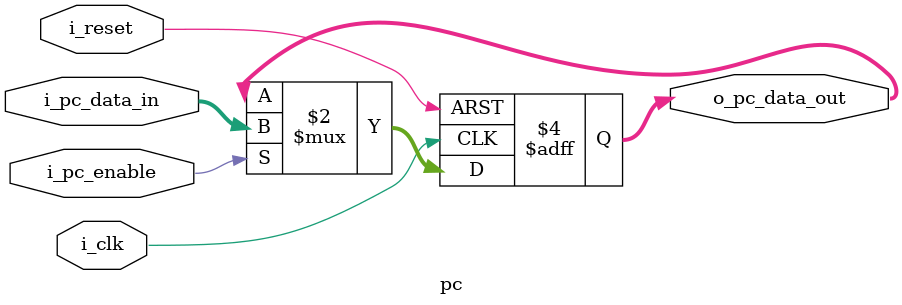
<source format=sv>
`ifndef PC
`define PC
module pc (
  input logic i_clk,
  input logic i_reset,
  input logic [31:0] i_pc_data_in,
  input logic i_pc_enable,
  output logic [31:0] o_pc_data_out);

  always_ff @(posedge i_clk or posedge i_reset) begin
    if (i_reset) begin
      o_pc_data_out <= 32'b0;
    end

    else if (i_pc_enable) begin
      o_pc_data_out <= i_pc_data_in;
    end

  end
endmodule
`endif
</source>
